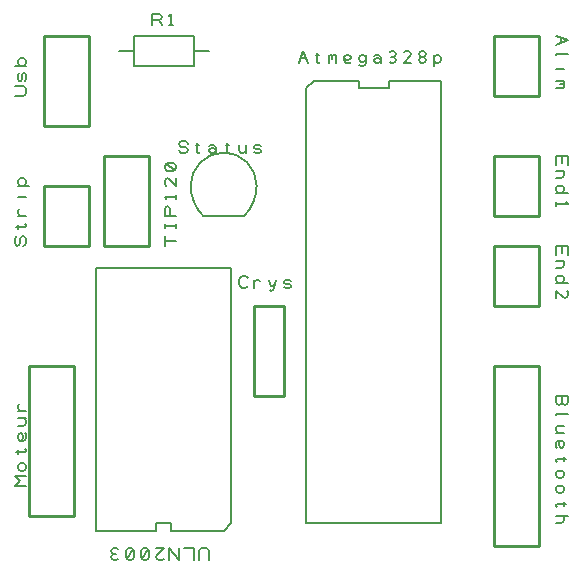
<source format=gbr>
%FSLAX35Y35*%
%MOIN*%
G04 EasyPC Gerber Version 18.0.8 Build 3632 *
%ADD11C,0.00500*%
%ADD12C,0.01000*%
X0Y0D02*
D02*
D11*
X9234Y30171D02*
X5484D01*
X7359Y31734*
X5484Y33296*
X9234*
X8296Y35171D02*
X8921Y35484D01*
X9234Y36109*
Y36734*
X8921Y37359*
X8296Y37671*
X7671*
X7046Y37359*
X6734Y36734*
Y36109*
X7046Y35484*
X7671Y35171*
X8296*
X6734Y40796D02*
Y42046D01*
X6109Y41421D02*
X8921D01*
X9234Y41734*
Y42046*
X8921Y42359*
Y47671D02*
X9234Y47359D01*
Y46734*
Y46109*
X8921Y45484*
X8296Y45171*
X7359*
X7046Y45484*
X6734Y46109*
Y46734*
X7046Y47359*
X7359Y47671*
X7671*
X7984Y47359*
X8296Y46734*
Y46109*
X7984Y45484*
X7671Y45171*
X6734Y50171D02*
X8296D01*
X8921Y50484*
X9234Y51109*
Y51734*
X8921Y52359*
X8296Y52671*
X6734D02*
X9234D01*
Y55171D02*
X6734D01*
X7671D02*
X7046Y55484D01*
X6734Y56109*
Y56734*
X7046Y57359*
X8296Y110171D02*
X8921Y110484D01*
X9234Y111109*
Y112359*
X8921Y112984*
X8296Y113296*
X7671Y112984*
X7359Y112359*
Y111109*
X7046Y110484*
X6421Y110171*
X5796Y110484*
X5484Y111109*
Y112359*
X5796Y112984*
X6421Y113296*
X6734Y115796D02*
Y117046D01*
X6109Y116421D02*
X8921D01*
X9234Y116734*
Y117046*
X8921Y117359*
X9234Y120171D02*
X6734D01*
X7671D02*
X7046Y120484D01*
X6734Y121109*
Y121734*
X7046Y122359*
X9234Y126421D02*
X6734D01*
X5796D02*
X6734Y130171*
X10171D01*
X8296D02*
X8921Y130484D01*
X9234Y131109*
Y131734*
X8921Y132359*
X8296Y132671*
X7671*
X7046Y132359*
X6734Y131734*
Y131109*
X7046Y130484*
X7671Y130171*
X8296*
X5484Y160171D02*
X8296D01*
X8921Y160484*
X9234Y161109*
Y162359*
X8921Y162984*
X8296Y163296*
X5484*
X8921Y165171D02*
X9234Y165796D01*
Y167046*
X8921Y167671*
X8296*
X7984Y167046*
Y165796*
X7671Y165171*
X7046*
X6734Y165796*
Y167046*
X7046Y167671*
X8296Y170171D02*
X8921Y170484D01*
X9234Y171109*
Y171734*
X8921Y172359*
X8296Y172671*
X7671*
X7046Y172359*
X6734Y171734*
Y171109*
X7046Y170484*
X7671Y170171*
X9234D02*
X5484D01*
X40171Y175171D02*
X45171D01*
Y170171D02*
Y180171D01*
X65171*
Y170171*
X45171*
X51421Y183609D02*
Y187359D01*
X53609*
X54234Y187046*
X54546Y186421*
X54234Y185796*
X53609Y185484*
X51421*
X53609D02*
X54546Y183609D01*
X57046D02*
X58296D01*
X57671D02*
Y187359D01*
X57046Y186734*
X59234Y111734D02*
X55484D01*
Y110171D02*
Y113296D01*
X59234Y116109D02*
Y117359D01*
Y116734D02*
X55484D01*
Y116109D02*
Y117359D01*
X59234Y120171D02*
X55484D01*
Y122359*
X55796Y122984*
X56421Y123296*
X57046Y122984*
X57359Y122359*
Y120171*
X59234Y125796D02*
Y127046D01*
Y126421D02*
X55484D01*
X56109Y125796*
X59234Y132671D02*
Y130171D01*
X57046Y132359*
X56421Y132671*
X55796Y132359*
X55484Y131734*
Y130796*
X55796Y130171*
X58921Y135484D02*
X59234Y136109D01*
Y136734*
X58921Y137359*
X58296Y137671*
X56421*
X55796Y137359*
X55484Y136734*
Y136109*
X55796Y135484*
X56421Y135171*
X58296*
X58921Y135484*
X55796Y137359*
X60171Y142046D02*
X60484Y141421D01*
X61109Y141109*
X62359*
X62984Y141421*
X63296Y142046*
X62984Y142671*
X62359Y142984*
X61109*
X60484Y143296*
X60171Y143921*
X60484Y144546*
X61109Y144859*
X62359*
X62984Y144546*
X63296Y143921*
X65796Y143609D02*
X67046D01*
X66421Y144234D02*
Y141421D01*
X66734Y141109*
X67046*
X67359Y141421*
X70171Y143296D02*
X70796Y143609D01*
X71734*
X72359Y143296*
X72671Y142671*
Y141734*
X72359Y141421*
X71734Y141109*
X71109*
X70484Y141421*
X70171Y141734*
Y142046*
X70484Y142359*
X71109Y142671*
X71734*
X72359Y142359*
X72671Y142046*
Y141734D02*
Y141109D01*
X75796Y143609D02*
X77046D01*
X76421Y144234D02*
Y141421D01*
X76734Y141109*
X77046*
X77359Y141421*
X80171Y143609D02*
Y142046D01*
X80484Y141421*
X81109Y141109*
X81734*
X82359Y141421*
X82671Y142046*
Y143609D02*
Y141109D01*
X85171Y141421D02*
X85796Y141109D01*
X87046*
X87671Y141421*
Y142046*
X87046Y142359*
X85796*
X85171Y142671*
Y143296*
X85796Y143609*
X87046*
X87671Y143296*
X65171Y175171D02*
X70171D01*
Y5484D02*
Y8296D01*
X69859Y8921*
X69234Y9234*
X67984*
X67359Y8921*
X67046Y8296*
Y5484*
X65171D02*
Y9234D01*
X62046*
X60171D02*
Y5484D01*
X57046Y9234*
Y5484*
X52671Y9234D02*
X55171D01*
X52984Y7046*
X52671Y6421*
X52984Y5796*
X53609Y5484*
X54546*
X55171Y5796*
X49859Y8921D02*
X49234Y9234D01*
X48609*
X47984Y8921*
X47671Y8296*
Y6421*
X47984Y5796*
X48609Y5484*
X49234*
X49859Y5796*
X50171Y6421*
Y8296*
X49859Y8921*
X47984Y5796*
X44859Y8921D02*
X44234Y9234D01*
X43609*
X42984Y8921*
X42671Y8296*
Y6421*
X42984Y5796*
X43609Y5484*
X44234*
X44859Y5796*
X45171Y6421*
Y8296*
X44859Y8921*
X42984Y5796*
X39859Y8921D02*
X39234Y9234D01*
X38609*
X37984Y8921*
X37671Y8296*
X37984Y7671*
X38609Y7359*
X39234*
X38609D02*
X37984Y7046D01*
X37671Y6421*
X37984Y5796*
X38609Y5484*
X39234*
X39859Y5796*
X77671Y102671D02*
Y17671D01*
X75171Y15171*
X57671*
Y17671*
X52671*
Y15171*
X32671*
Y102671*
X77671*
X83296Y96734D02*
X82984Y96421D01*
X82359Y96109*
X81421*
X80796Y96421*
X80484Y96734*
X80171Y97359*
Y98609*
X80484Y99234*
X80796Y99546*
X81421Y99859*
X82359*
X82984Y99546*
X83296Y99234*
X85171Y96109D02*
Y98609D01*
Y97671D02*
X85484Y98296D01*
X86109Y98609*
X86734*
X87359Y98296*
X90171Y98609D02*
X90484Y97359D01*
X91109Y96734*
X91734*
X92359Y97359*
X92671Y98609*
X92359Y97359D02*
X92046Y96109D01*
X91734Y95484*
X91109Y95171*
X90484Y95484*
X95171Y96421D02*
X95796Y96109D01*
X97046*
X97671Y96421*
Y97046*
X97046Y97359*
X95796*
X95171Y97671*
Y98296*
X95796Y98609*
X97046*
X97671Y98296*
X86171Y130171D02*
G75*
G03X75171Y141171I-11000D01*
G01*
G75*
G03X64171Y130171J-11000*
G01*
G75*
G03X68471Y119871I14583J41*
G01*
X81871*
G75*
G03X86171Y130171I-10283J10341*
G01*
X100171Y171109D02*
X101734Y174859D01*
X103296Y171109*
X100796Y172671D02*
X102671D01*
X105796Y173609D02*
X107046D01*
X106421Y174234D02*
Y171421D01*
X106734Y171109*
X107046*
X107359Y171421*
X110171Y171109D02*
Y173609D01*
Y173296D02*
X110484Y173609D01*
X111109*
X111421Y173296*
Y172359*
Y173296D02*
X111734Y173609D01*
X112359*
X112671Y173296*
Y171109*
X117671Y171421D02*
X117359Y171109D01*
X116734*
X116109*
X115484Y171421*
X115171Y172046*
Y172984*
X115484Y173296*
X116109Y173609*
X116734*
X117359Y173296*
X117671Y172984*
Y172671*
X117359Y172359*
X116734Y172046*
X116109*
X115484Y172359*
X115171Y172671*
X122671D02*
X122359Y173296D01*
X121734Y173609*
X121109*
X120484Y173296*
X120171Y172671*
Y172359*
X120484Y171734*
X121109Y171421*
X121734*
X122359Y171734*
X122671Y172359*
Y173609D02*
Y171109D01*
X122359Y170484*
X121734Y170171*
X120796*
X120171Y170484*
X125171Y173296D02*
X125796Y173609D01*
X126734*
X127359Y173296*
X127671Y172671*
Y171734*
X127359Y171421*
X126734Y171109*
X126109*
X125484Y171421*
X125171Y171734*
Y172046*
X125484Y172359*
X126109Y172671*
X126734*
X127359Y172359*
X127671Y172046*
Y171734D02*
Y171109D01*
X130484Y171421D02*
X131109Y171109D01*
X131734*
X132359Y171421*
X132671Y172046*
X132359Y172671*
X131734Y172984*
X131109*
X131734D02*
X132359Y173296D01*
X132671Y173921*
X132359Y174546*
X131734Y174859*
X131109*
X130484Y174546*
X137671Y171109D02*
X135171D01*
X137359Y173296*
X137671Y173921*
X137359Y174546*
X136734Y174859*
X135796*
X135171Y174546*
X141109Y172984D02*
X141734D01*
X142359Y173296*
X142671Y173921*
X142359Y174546*
X141734Y174859*
X141109*
X140484Y174546*
X140171Y173921*
X140484Y173296*
X141109Y172984*
X140484Y172671*
X140171Y172046*
X140484Y171421*
X141109Y171109*
X141734*
X142359Y171421*
X142671Y172046*
X142359Y172671*
X141734Y172984*
X145171Y173609D02*
Y170171D01*
Y172046D02*
X145484Y171421D01*
X146109Y171109*
X146734*
X147359Y171421*
X147671Y172046*
Y172671*
X147359Y173296*
X146734Y173609*
X146109*
X145484Y173296*
X145171Y172671*
Y172046*
X102671Y17671D02*
Y162671D01*
X105171Y165171*
X120171*
Y162671*
X130171*
Y165171*
X147671*
Y17671*
X102671*
X187984Y57984D02*
X187671Y57359D01*
X187046Y57046*
X186421Y57359*
X186109Y57984*
Y60171*
X189859*
Y57984*
X189546Y57359*
X188921Y57046*
X188296Y57359*
X187984Y57984*
Y60171*
X186109Y53609D02*
Y53921D01*
X189859*
X188609Y50171D02*
X187046D01*
X186421Y49859*
X186109Y49234*
Y48609*
X186421Y47984*
X187046Y47671*
X188609D02*
X186109D01*
X186421Y42671D02*
X186109Y42984D01*
Y43609*
Y44234*
X186421Y44859*
X187046Y45171*
X187984*
X188296Y44859*
X188609Y44234*
Y43609*
X188296Y42984*
X187984Y42671*
X187671*
X187359Y42984*
X187046Y43609*
Y44234*
X187359Y44859*
X187671Y45171*
X188609Y39546D02*
Y38296D01*
X189234Y38921D02*
X186421D01*
X186109Y38609*
Y38296*
X186421Y37984*
X187046Y35171D02*
X186421Y34859D01*
X186109Y34234*
Y33609*
X186421Y32984*
X187046Y32671*
X187671*
X188296Y32984*
X188609Y33609*
Y34234*
X188296Y34859*
X187671Y35171*
X187046*
Y30171D02*
X186421Y29859D01*
X186109Y29234*
Y28609*
X186421Y27984*
X187046Y27671*
X187671*
X188296Y27984*
X188609Y28609*
Y29234*
X188296Y29859*
X187671Y30171*
X187046*
X188609Y24546D02*
Y23296D01*
X189234Y23921D02*
X186421D01*
X186109Y23609*
Y23296*
X186421Y22984*
X186109Y20171D02*
X189859D01*
X187671D02*
X188296Y19859D01*
X188609Y19234*
Y18609*
X188296Y17984*
X187671Y17671*
X186109*
Y110171D02*
X189859D01*
Y107046*
X187984Y107671D02*
Y110171D01*
X186109D02*
Y107046D01*
Y105171D02*
X188609D01*
X187671D02*
X188296Y104859D01*
X188609Y104234*
Y103609*
X188296Y102984*
X187671Y102671*
X186109*
X187671Y97671D02*
X188296Y97984D01*
X188609Y98609*
Y99234*
X188296Y99859*
X187671Y100171*
X187046*
X186421Y99859*
X186109Y99234*
Y98609*
X186421Y97984*
X187046Y97671*
X186109D02*
X189859D01*
X186109Y92671D02*
Y95171D01*
X188296Y92984*
X188921Y92671*
X189546Y92984*
X189859Y93609*
Y94546*
X189546Y95171*
X186109Y140171D02*
X189859D01*
Y137046*
X187984Y137671D02*
Y140171D01*
X186109D02*
Y137046D01*
Y135171D02*
X188609D01*
X187671D02*
X188296Y134859D01*
X188609Y134234*
Y133609*
X188296Y132984*
X187671Y132671*
X186109*
X187671Y127671D02*
X188296Y127984D01*
X188609Y128609*
Y129234*
X188296Y129859*
X187671Y130171*
X187046*
X186421Y129859*
X186109Y129234*
Y128609*
X186421Y127984*
X187046Y127671*
X186109D02*
X189859D01*
X186109Y124546D02*
Y123296D01*
Y123921D02*
X189859D01*
X189234Y124546*
X186109Y180171D02*
X189859Y178609D01*
X186109Y177046*
X187671Y179546D02*
Y177671D01*
X186109Y173609D02*
Y173921D01*
X189859*
X186109Y168921D02*
X188609D01*
X189546D02*
X186109Y165171*
X188609D01*
X188296D02*
X188609Y164859D01*
Y164234*
X188296Y163921*
X187359*
X188296D02*
X188609Y163609D01*
Y162984*
X188296Y162671*
X186109*
D02*
D12*
X25171Y20171D02*
Y70171D01*
X10171*
Y20171*
X25171*
X30171Y110171D02*
Y130171D01*
X15171*
Y110171*
X30171*
Y150171D02*
Y180171D01*
X15171*
Y150171*
X30171*
X50171Y110171D02*
Y140171D01*
X35171*
Y110171*
X50171*
X85171Y90171D02*
Y60171D01*
X95171*
Y90171*
X85171*
X165171Y70171D02*
Y10171D01*
X180171*
Y70171*
X165171*
Y110171D02*
Y90171D01*
X180171*
Y110171*
X165171*
Y140171D02*
Y120171D01*
X180171*
Y140171*
X165171*
Y180171D02*
Y160171D01*
X180171*
Y180171*
X165171*
X0Y0D02*
M02*

</source>
